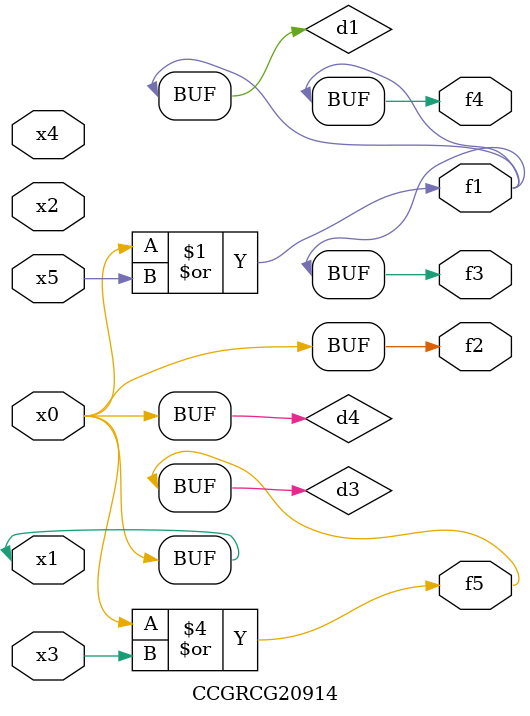
<source format=v>
module CCGRCG20914(
	input x0, x1, x2, x3, x4, x5,
	output f1, f2, f3, f4, f5
);

	wire d1, d2, d3, d4;

	or (d1, x0, x5);
	xnor (d2, x1, x4);
	or (d3, x0, x3);
	buf (d4, x0, x1);
	assign f1 = d1;
	assign f2 = d4;
	assign f3 = d1;
	assign f4 = d1;
	assign f5 = d3;
endmodule

</source>
